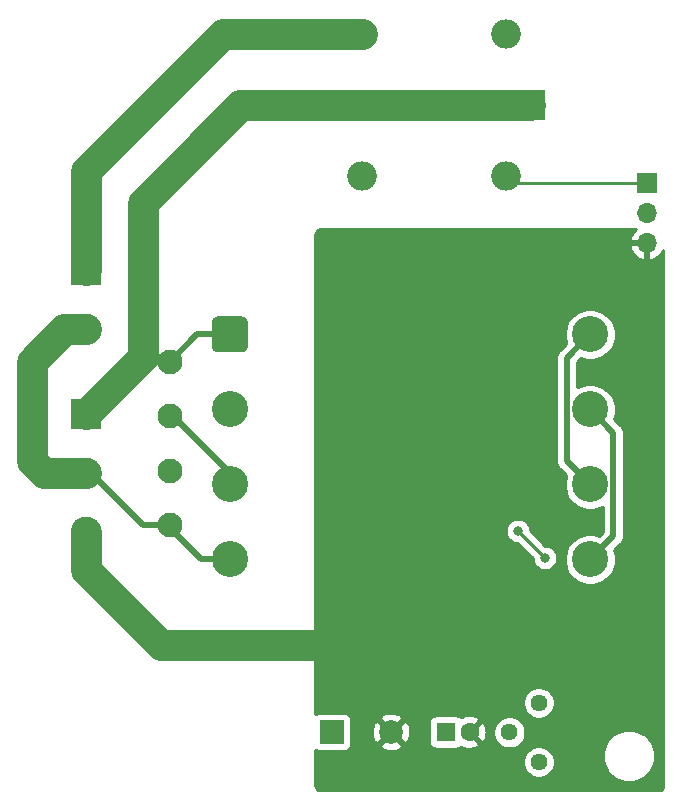
<source format=gbr>
G04 #@! TF.GenerationSoftware,KiCad,Pcbnew,5.1.9*
G04 #@! TF.CreationDate,2021-04-19T03:59:40-04:00*
G04 #@! TF.ProjectId,lm3886_soft_start_v2,6c6d3338-3836-45f7-936f-66745f737461,rev?*
G04 #@! TF.SameCoordinates,Original*
G04 #@! TF.FileFunction,Copper,L1,Top*
G04 #@! TF.FilePolarity,Positive*
%FSLAX46Y46*%
G04 Gerber Fmt 4.6, Leading zero omitted, Abs format (unit mm)*
G04 Created by KiCad (PCBNEW 5.1.9) date 2021-04-19 03:59:40*
%MOMM*%
%LPD*%
G01*
G04 APERTURE LIST*
G04 #@! TA.AperFunction,ComponentPad*
%ADD10O,1.700000X1.700000*%
G04 #@! TD*
G04 #@! TA.AperFunction,ComponentPad*
%ADD11R,1.700000X1.700000*%
G04 #@! TD*
G04 #@! TA.AperFunction,ComponentPad*
%ADD12C,3.048000*%
G04 #@! TD*
G04 #@! TA.AperFunction,ComponentPad*
%ADD13C,2.400000*%
G04 #@! TD*
G04 #@! TA.AperFunction,ComponentPad*
%ADD14R,2.500000X2.500000*%
G04 #@! TD*
G04 #@! TA.AperFunction,ComponentPad*
%ADD15O,2.500000X2.500000*%
G04 #@! TD*
G04 #@! TA.AperFunction,ComponentPad*
%ADD16C,1.440000*%
G04 #@! TD*
G04 #@! TA.AperFunction,ComponentPad*
%ADD17C,2.100000*%
G04 #@! TD*
G04 #@! TA.AperFunction,ComponentPad*
%ADD18C,2.600000*%
G04 #@! TD*
G04 #@! TA.AperFunction,ComponentPad*
%ADD19R,2.600000X2.600000*%
G04 #@! TD*
G04 #@! TA.AperFunction,ComponentPad*
%ADD20C,2.000000*%
G04 #@! TD*
G04 #@! TA.AperFunction,ComponentPad*
%ADD21R,2.000000X2.000000*%
G04 #@! TD*
G04 #@! TA.AperFunction,ComponentPad*
%ADD22R,1.600000X1.600000*%
G04 #@! TD*
G04 #@! TA.AperFunction,ComponentPad*
%ADD23C,1.600000*%
G04 #@! TD*
G04 #@! TA.AperFunction,ViaPad*
%ADD24C,1.000000*%
G04 #@! TD*
G04 #@! TA.AperFunction,ViaPad*
%ADD25C,0.800000*%
G04 #@! TD*
G04 #@! TA.AperFunction,Conductor*
%ADD26C,2.600000*%
G04 #@! TD*
G04 #@! TA.AperFunction,Conductor*
%ADD27C,0.500000*%
G04 #@! TD*
G04 #@! TA.AperFunction,Conductor*
%ADD28C,0.250000*%
G04 #@! TD*
G04 #@! TA.AperFunction,Conductor*
%ADD29C,0.254000*%
G04 #@! TD*
G04 #@! TA.AperFunction,Conductor*
%ADD30C,0.100000*%
G04 #@! TD*
G04 APERTURE END LIST*
D10*
X124714000Y-64262000D03*
X124714000Y-61722000D03*
D11*
X124714000Y-59182000D03*
D12*
X119900700Y-91059000D03*
X119900700Y-84709000D03*
X119900700Y-78359000D03*
X119900700Y-72009000D03*
X89395300Y-91059000D03*
X89395300Y-84709000D03*
X89395300Y-78359000D03*
G04 #@! TA.AperFunction,ComponentPad*
G36*
G01*
X88328500Y-70485000D02*
X90462100Y-70485000D01*
G75*
G02*
X90919300Y-70942200I0J-457200D01*
G01*
X90919300Y-73075800D01*
G75*
G02*
X90462100Y-73533000I-457200J0D01*
G01*
X88328500Y-73533000D01*
G75*
G02*
X87871300Y-73075800I0J457200D01*
G01*
X87871300Y-70942200D01*
G75*
G02*
X88328500Y-70485000I457200J0D01*
G01*
G37*
G04 #@! TD.AperFunction*
D13*
X86614000Y-56268000D03*
X86614000Y-48768000D03*
D14*
X114808000Y-52578000D03*
D15*
X112808000Y-46578000D03*
X100608000Y-46578000D03*
X100608000Y-58578000D03*
X112808000Y-58578000D03*
D16*
X115570000Y-103204000D03*
X113070000Y-105704000D03*
X115570000Y-108204000D03*
D17*
X84328000Y-74338000D03*
X84328000Y-78938000D03*
X84328000Y-83538000D03*
X84328000Y-88138000D03*
D18*
X77216000Y-88740000D03*
X77216000Y-83740000D03*
D19*
X77216000Y-78740000D03*
D20*
X103044000Y-105664000D03*
D21*
X98044000Y-105664000D03*
D18*
X77216000Y-71548000D03*
D19*
X77216000Y-66548000D03*
D22*
X107696000Y-105664000D03*
D23*
X109696000Y-105664000D03*
D24*
X105664000Y-93472000D03*
D25*
X98044000Y-109220000D03*
X109220000Y-98552000D03*
X112268000Y-98552000D03*
X124206000Y-68580000D03*
X124206000Y-78232000D03*
X124206000Y-91948000D03*
X120650000Y-99822000D03*
X107950000Y-88392000D03*
X102362000Y-88392000D03*
X106172000Y-82804000D03*
X111760000Y-78232000D03*
X117094000Y-70866000D03*
X111506000Y-69850000D03*
X97790000Y-64262000D03*
X97790000Y-72390000D03*
X97790000Y-81534000D03*
X97790000Y-90932000D03*
X97790000Y-100076000D03*
X102108000Y-72390000D03*
X106934000Y-71374000D03*
D24*
X105664000Y-92456000D03*
X104648000Y-92456000D03*
X104648000Y-93472000D03*
D25*
X117856000Y-67056000D03*
X106934000Y-66421000D03*
X106172000Y-66421000D03*
X106172000Y-65659000D03*
X106934000Y-65659000D03*
X109728000Y-88392000D03*
X114808000Y-83312000D03*
X110998000Y-83312000D03*
X118110000Y-86868000D03*
X116078000Y-77978000D03*
X100584000Y-77724000D03*
X113792000Y-88646000D03*
X116078000Y-90932000D03*
D26*
X77216000Y-88740000D02*
X77216000Y-91948000D01*
X77216000Y-91948000D02*
X83566000Y-98298000D01*
X83566000Y-98298000D02*
X98044000Y-98298000D01*
D27*
X121874701Y-89084999D02*
X119900700Y-91059000D01*
X121874701Y-80333001D02*
X121874701Y-89084999D01*
X119900700Y-78359000D02*
X121874701Y-80333001D01*
X117926699Y-82734999D02*
X119900700Y-84709000D01*
X119900700Y-72009000D02*
X117926699Y-73983001D01*
X117926699Y-73983001D02*
X117926699Y-82734999D01*
D28*
X113792000Y-88646000D02*
X116078000Y-90932000D01*
D26*
X77216000Y-83740000D02*
X73675998Y-83740000D01*
X72615999Y-74309524D02*
X75377523Y-71548000D01*
X72615999Y-82680001D02*
X72615999Y-74309524D01*
X75377523Y-71548000D02*
X77216000Y-71548000D01*
X73675998Y-83740000D02*
X72615999Y-82680001D01*
D27*
X77216000Y-83740000D02*
X77644000Y-83740000D01*
X82042000Y-88138000D02*
X84328000Y-88138000D01*
X77644000Y-83740000D02*
X82042000Y-88138000D01*
X89395300Y-91059000D02*
X86995000Y-91059000D01*
X84328000Y-88392000D02*
X84328000Y-88138000D01*
X86995000Y-91059000D02*
X84328000Y-88392000D01*
X86657000Y-72009000D02*
X84328000Y-74338000D01*
X89395300Y-72009000D02*
X86657000Y-72009000D01*
D26*
X90304000Y-52578000D02*
X86614000Y-56268000D01*
X114808000Y-52578000D02*
X90304000Y-52578000D01*
X77216000Y-78740000D02*
X82042000Y-73914000D01*
X82042000Y-60840000D02*
X86614000Y-56268000D01*
X82042000Y-73914000D02*
X82042000Y-60840000D01*
D27*
X84328000Y-74338000D02*
X82466000Y-74338000D01*
X82466000Y-74338000D02*
X82042000Y-73914000D01*
X83904000Y-73914000D02*
X84328000Y-74338000D01*
X82042000Y-73914000D02*
X83904000Y-73914000D01*
X84612002Y-78938000D02*
X84328000Y-78938000D01*
X89395300Y-83721298D02*
X84612002Y-78938000D01*
X89395300Y-84709000D02*
X89395300Y-83721298D01*
D26*
X77216000Y-58166000D02*
X86614000Y-48768000D01*
X77216000Y-66548000D02*
X77216000Y-58166000D01*
X88804000Y-46578000D02*
X86614000Y-48768000D01*
X100608000Y-46578000D02*
X88804000Y-46578000D01*
D28*
X113412000Y-59182000D02*
X112808000Y-58578000D01*
X124714000Y-59182000D02*
X113412000Y-59182000D01*
D29*
X123616412Y-63261731D02*
X123442359Y-63495080D01*
X123317175Y-63757901D01*
X123272524Y-63905110D01*
X123393845Y-64135000D01*
X124587000Y-64135000D01*
X124587000Y-64115000D01*
X124841000Y-64115000D01*
X124841000Y-64135000D01*
X124861000Y-64135000D01*
X124861000Y-64389000D01*
X124841000Y-64389000D01*
X124841000Y-65582814D01*
X125070891Y-65703481D01*
X125345252Y-65606157D01*
X125595355Y-65457178D01*
X125811588Y-65262269D01*
X125985641Y-65028920D01*
X126086001Y-64818217D01*
X126086000Y-110367371D01*
X126060077Y-110429955D01*
X126000976Y-110506976D01*
X125923955Y-110566077D01*
X125861371Y-110592000D01*
X96896629Y-110592000D01*
X96834045Y-110566077D01*
X96757024Y-110506976D01*
X96697923Y-110429955D01*
X96660769Y-110340257D01*
X96647000Y-110235672D01*
X96647000Y-108070544D01*
X114215000Y-108070544D01*
X114215000Y-108337456D01*
X114267072Y-108599239D01*
X114369215Y-108845833D01*
X114517503Y-109067762D01*
X114706238Y-109256497D01*
X114928167Y-109404785D01*
X115174761Y-109506928D01*
X115436544Y-109559000D01*
X115703456Y-109559000D01*
X115965239Y-109506928D01*
X116211833Y-109404785D01*
X116433762Y-109256497D01*
X116622497Y-109067762D01*
X116770785Y-108845833D01*
X116872928Y-108599239D01*
X116925000Y-108337456D01*
X116925000Y-108070544D01*
X116872928Y-107808761D01*
X116770785Y-107562167D01*
X116713125Y-107475872D01*
X120955000Y-107475872D01*
X120955000Y-107916128D01*
X121040890Y-108347925D01*
X121209369Y-108754669D01*
X121453962Y-109120729D01*
X121765271Y-109432038D01*
X122131331Y-109676631D01*
X122538075Y-109845110D01*
X122969872Y-109931000D01*
X123410128Y-109931000D01*
X123841925Y-109845110D01*
X124248669Y-109676631D01*
X124614729Y-109432038D01*
X124926038Y-109120729D01*
X125170631Y-108754669D01*
X125339110Y-108347925D01*
X125425000Y-107916128D01*
X125425000Y-107475872D01*
X125339110Y-107044075D01*
X125170631Y-106637331D01*
X124926038Y-106271271D01*
X124614729Y-105959962D01*
X124248669Y-105715369D01*
X123841925Y-105546890D01*
X123410128Y-105461000D01*
X122969872Y-105461000D01*
X122538075Y-105546890D01*
X122131331Y-105715369D01*
X121765271Y-105959962D01*
X121453962Y-106271271D01*
X121209369Y-106637331D01*
X121040890Y-107044075D01*
X120955000Y-107475872D01*
X116713125Y-107475872D01*
X116622497Y-107340238D01*
X116433762Y-107151503D01*
X116211833Y-107003215D01*
X115965239Y-106901072D01*
X115703456Y-106849000D01*
X115436544Y-106849000D01*
X115174761Y-106901072D01*
X114928167Y-107003215D01*
X114706238Y-107151503D01*
X114517503Y-107340238D01*
X114369215Y-107562167D01*
X114267072Y-107808761D01*
X114215000Y-108070544D01*
X96647000Y-108070544D01*
X96647000Y-107159653D01*
X96689506Y-107194537D01*
X96799820Y-107253502D01*
X96919518Y-107289812D01*
X97044000Y-107302072D01*
X99044000Y-107302072D01*
X99168482Y-107289812D01*
X99288180Y-107253502D01*
X99398494Y-107194537D01*
X99495185Y-107115185D01*
X99574537Y-107018494D01*
X99633502Y-106908180D01*
X99666496Y-106799413D01*
X102088192Y-106799413D01*
X102183956Y-107063814D01*
X102473571Y-107204704D01*
X102785108Y-107286384D01*
X103106595Y-107305718D01*
X103425675Y-107261961D01*
X103730088Y-107156795D01*
X103904044Y-107063814D01*
X103999808Y-106799413D01*
X103044000Y-105843605D01*
X102088192Y-106799413D01*
X99666496Y-106799413D01*
X99669812Y-106788482D01*
X99682072Y-106664000D01*
X99682072Y-105726595D01*
X101402282Y-105726595D01*
X101446039Y-106045675D01*
X101551205Y-106350088D01*
X101644186Y-106524044D01*
X101908587Y-106619808D01*
X102864395Y-105664000D01*
X103223605Y-105664000D01*
X104179413Y-106619808D01*
X104443814Y-106524044D01*
X104584704Y-106234429D01*
X104666384Y-105922892D01*
X104685718Y-105601405D01*
X104641961Y-105282325D01*
X104536795Y-104977912D01*
X104475909Y-104864000D01*
X106257928Y-104864000D01*
X106257928Y-106464000D01*
X106270188Y-106588482D01*
X106306498Y-106708180D01*
X106365463Y-106818494D01*
X106444815Y-106915185D01*
X106541506Y-106994537D01*
X106651820Y-107053502D01*
X106771518Y-107089812D01*
X106896000Y-107102072D01*
X108496000Y-107102072D01*
X108620482Y-107089812D01*
X108740180Y-107053502D01*
X108850494Y-106994537D01*
X108947185Y-106915185D01*
X108957807Y-106902242D01*
X109209996Y-107021571D01*
X109484184Y-107090300D01*
X109766512Y-107104217D01*
X110046130Y-107062787D01*
X110312292Y-106967603D01*
X110437514Y-106900671D01*
X110509097Y-106656702D01*
X109696000Y-105843605D01*
X109681858Y-105857748D01*
X109502253Y-105678143D01*
X109516395Y-105664000D01*
X109875605Y-105664000D01*
X110688702Y-106477097D01*
X110932671Y-106405514D01*
X111053571Y-106150004D01*
X111122300Y-105875816D01*
X111136217Y-105593488D01*
X111132818Y-105570544D01*
X111715000Y-105570544D01*
X111715000Y-105837456D01*
X111767072Y-106099239D01*
X111869215Y-106345833D01*
X112017503Y-106567762D01*
X112206238Y-106756497D01*
X112428167Y-106904785D01*
X112674761Y-107006928D01*
X112936544Y-107059000D01*
X113203456Y-107059000D01*
X113465239Y-107006928D01*
X113711833Y-106904785D01*
X113933762Y-106756497D01*
X114122497Y-106567762D01*
X114270785Y-106345833D01*
X114372928Y-106099239D01*
X114425000Y-105837456D01*
X114425000Y-105570544D01*
X114372928Y-105308761D01*
X114270785Y-105062167D01*
X114122497Y-104840238D01*
X113933762Y-104651503D01*
X113711833Y-104503215D01*
X113465239Y-104401072D01*
X113203456Y-104349000D01*
X112936544Y-104349000D01*
X112674761Y-104401072D01*
X112428167Y-104503215D01*
X112206238Y-104651503D01*
X112017503Y-104840238D01*
X111869215Y-105062167D01*
X111767072Y-105308761D01*
X111715000Y-105570544D01*
X111132818Y-105570544D01*
X111094787Y-105313870D01*
X110999603Y-105047708D01*
X110932671Y-104922486D01*
X110688702Y-104850903D01*
X109875605Y-105664000D01*
X109516395Y-105664000D01*
X109502253Y-105649858D01*
X109681858Y-105470253D01*
X109696000Y-105484395D01*
X110509097Y-104671298D01*
X110437514Y-104427329D01*
X110182004Y-104306429D01*
X109907816Y-104237700D01*
X109625488Y-104223783D01*
X109345870Y-104265213D01*
X109079708Y-104360397D01*
X108957691Y-104425616D01*
X108947185Y-104412815D01*
X108850494Y-104333463D01*
X108740180Y-104274498D01*
X108620482Y-104238188D01*
X108496000Y-104225928D01*
X106896000Y-104225928D01*
X106771518Y-104238188D01*
X106651820Y-104274498D01*
X106541506Y-104333463D01*
X106444815Y-104412815D01*
X106365463Y-104509506D01*
X106306498Y-104619820D01*
X106270188Y-104739518D01*
X106257928Y-104864000D01*
X104475909Y-104864000D01*
X104443814Y-104803956D01*
X104179413Y-104708192D01*
X103223605Y-105664000D01*
X102864395Y-105664000D01*
X101908587Y-104708192D01*
X101644186Y-104803956D01*
X101503296Y-105093571D01*
X101421616Y-105405108D01*
X101402282Y-105726595D01*
X99682072Y-105726595D01*
X99682072Y-104664000D01*
X99669812Y-104539518D01*
X99666497Y-104528587D01*
X102088192Y-104528587D01*
X103044000Y-105484395D01*
X103999808Y-104528587D01*
X103904044Y-104264186D01*
X103614429Y-104123296D01*
X103302892Y-104041616D01*
X102981405Y-104022282D01*
X102662325Y-104066039D01*
X102357912Y-104171205D01*
X102183956Y-104264186D01*
X102088192Y-104528587D01*
X99666497Y-104528587D01*
X99633502Y-104419820D01*
X99574537Y-104309506D01*
X99495185Y-104212815D01*
X99398494Y-104133463D01*
X99288180Y-104074498D01*
X99168482Y-104038188D01*
X99044000Y-104025928D01*
X97044000Y-104025928D01*
X96919518Y-104038188D01*
X96799820Y-104074498D01*
X96689506Y-104133463D01*
X96647000Y-104168347D01*
X96647000Y-103070544D01*
X114215000Y-103070544D01*
X114215000Y-103337456D01*
X114267072Y-103599239D01*
X114369215Y-103845833D01*
X114517503Y-104067762D01*
X114706238Y-104256497D01*
X114928167Y-104404785D01*
X115174761Y-104506928D01*
X115436544Y-104559000D01*
X115703456Y-104559000D01*
X115965239Y-104506928D01*
X116211833Y-104404785D01*
X116433762Y-104256497D01*
X116622497Y-104067762D01*
X116770785Y-103845833D01*
X116872928Y-103599239D01*
X116925000Y-103337456D01*
X116925000Y-103070544D01*
X116872928Y-102808761D01*
X116770785Y-102562167D01*
X116622497Y-102340238D01*
X116433762Y-102151503D01*
X116211833Y-102003215D01*
X115965239Y-101901072D01*
X115703456Y-101849000D01*
X115436544Y-101849000D01*
X115174761Y-101901072D01*
X114928167Y-102003215D01*
X114706238Y-102151503D01*
X114517503Y-102340238D01*
X114369215Y-102562167D01*
X114267072Y-102808761D01*
X114215000Y-103070544D01*
X96647000Y-103070544D01*
X96647000Y-88544061D01*
X112757000Y-88544061D01*
X112757000Y-88747939D01*
X112796774Y-88947898D01*
X112874795Y-89136256D01*
X112988063Y-89305774D01*
X113132226Y-89449937D01*
X113301744Y-89563205D01*
X113490102Y-89641226D01*
X113690061Y-89681000D01*
X113752199Y-89681000D01*
X115043000Y-90971802D01*
X115043000Y-91033939D01*
X115082774Y-91233898D01*
X115160795Y-91422256D01*
X115274063Y-91591774D01*
X115418226Y-91735937D01*
X115587744Y-91849205D01*
X115776102Y-91927226D01*
X115976061Y-91967000D01*
X116179939Y-91967000D01*
X116379898Y-91927226D01*
X116568256Y-91849205D01*
X116737774Y-91735937D01*
X116881937Y-91591774D01*
X116995205Y-91422256D01*
X117073226Y-91233898D01*
X117113000Y-91033939D01*
X117113000Y-90830061D01*
X117073226Y-90630102D01*
X116995205Y-90441744D01*
X116881937Y-90272226D01*
X116737774Y-90128063D01*
X116568256Y-90014795D01*
X116379898Y-89936774D01*
X116179939Y-89897000D01*
X116117802Y-89897000D01*
X114827000Y-88606199D01*
X114827000Y-88544061D01*
X114787226Y-88344102D01*
X114709205Y-88155744D01*
X114595937Y-87986226D01*
X114451774Y-87842063D01*
X114282256Y-87728795D01*
X114093898Y-87650774D01*
X113893939Y-87611000D01*
X113690061Y-87611000D01*
X113490102Y-87650774D01*
X113301744Y-87728795D01*
X113132226Y-87842063D01*
X112988063Y-87986226D01*
X112874795Y-88155744D01*
X112796774Y-88344102D01*
X112757000Y-88544061D01*
X96647000Y-88544061D01*
X96647000Y-73983001D01*
X117037418Y-73983001D01*
X117041699Y-74026470D01*
X117041700Y-82691520D01*
X117037418Y-82734999D01*
X117054504Y-82908489D01*
X117105111Y-83075312D01*
X117187289Y-83229058D01*
X117270167Y-83330045D01*
X117270170Y-83330048D01*
X117297883Y-83363816D01*
X117331650Y-83391528D01*
X117881695Y-83941573D01*
X117824670Y-84079243D01*
X117741700Y-84496357D01*
X117741700Y-84921643D01*
X117824670Y-85338757D01*
X117987419Y-85731670D01*
X118223696Y-86085282D01*
X118524418Y-86386004D01*
X118878030Y-86622281D01*
X119270943Y-86785030D01*
X119688057Y-86868000D01*
X120113343Y-86868000D01*
X120530457Y-86785030D01*
X120923370Y-86622281D01*
X120989702Y-86577959D01*
X120989702Y-88718419D01*
X120668127Y-89039994D01*
X120530457Y-88982970D01*
X120113343Y-88900000D01*
X119688057Y-88900000D01*
X119270943Y-88982970D01*
X118878030Y-89145719D01*
X118524418Y-89381996D01*
X118223696Y-89682718D01*
X117987419Y-90036330D01*
X117824670Y-90429243D01*
X117741700Y-90846357D01*
X117741700Y-91271643D01*
X117824670Y-91688757D01*
X117987419Y-92081670D01*
X118223696Y-92435282D01*
X118524418Y-92736004D01*
X118878030Y-92972281D01*
X119270943Y-93135030D01*
X119688057Y-93218000D01*
X120113343Y-93218000D01*
X120530457Y-93135030D01*
X120923370Y-92972281D01*
X121276982Y-92736004D01*
X121577704Y-92435282D01*
X121813981Y-92081670D01*
X121976730Y-91688757D01*
X122059700Y-91271643D01*
X122059700Y-90846357D01*
X121976730Y-90429243D01*
X121919706Y-90291573D01*
X122469750Y-89741529D01*
X122503518Y-89713816D01*
X122614112Y-89579058D01*
X122696290Y-89425312D01*
X122746896Y-89258489D01*
X122759701Y-89128476D01*
X122759701Y-89128468D01*
X122763982Y-89084999D01*
X122759701Y-89041530D01*
X122759701Y-80376470D01*
X122763982Y-80333001D01*
X122759701Y-80289532D01*
X122759701Y-80289524D01*
X122746896Y-80159511D01*
X122696290Y-79992688D01*
X122614112Y-79838942D01*
X122503518Y-79704184D01*
X122469751Y-79676472D01*
X121919706Y-79126427D01*
X121976730Y-78988757D01*
X122059700Y-78571643D01*
X122059700Y-78146357D01*
X121976730Y-77729243D01*
X121813981Y-77336330D01*
X121577704Y-76982718D01*
X121276982Y-76681996D01*
X120923370Y-76445719D01*
X120530457Y-76282970D01*
X120113343Y-76200000D01*
X119688057Y-76200000D01*
X119270943Y-76282970D01*
X118878030Y-76445719D01*
X118811699Y-76490040D01*
X118811699Y-74349579D01*
X119133273Y-74028005D01*
X119270943Y-74085030D01*
X119688057Y-74168000D01*
X120113343Y-74168000D01*
X120530457Y-74085030D01*
X120923370Y-73922281D01*
X121276982Y-73686004D01*
X121577704Y-73385282D01*
X121813981Y-73031670D01*
X121976730Y-72638757D01*
X122059700Y-72221643D01*
X122059700Y-71796357D01*
X121976730Y-71379243D01*
X121813981Y-70986330D01*
X121577704Y-70632718D01*
X121276982Y-70331996D01*
X120923370Y-70095719D01*
X120530457Y-69932970D01*
X120113343Y-69850000D01*
X119688057Y-69850000D01*
X119270943Y-69932970D01*
X118878030Y-70095719D01*
X118524418Y-70331996D01*
X118223696Y-70632718D01*
X117987419Y-70986330D01*
X117824670Y-71379243D01*
X117741700Y-71796357D01*
X117741700Y-72221643D01*
X117824670Y-72638757D01*
X117881695Y-72776427D01*
X117331655Y-73326467D01*
X117297882Y-73354184D01*
X117187288Y-73488943D01*
X117105110Y-73642689D01*
X117054504Y-73809512D01*
X117041699Y-73939525D01*
X117041699Y-73939532D01*
X117037418Y-73983001D01*
X96647000Y-73983001D01*
X96647000Y-64618890D01*
X123272524Y-64618890D01*
X123317175Y-64766099D01*
X123442359Y-65028920D01*
X123616412Y-65262269D01*
X123832645Y-65457178D01*
X124082748Y-65606157D01*
X124357109Y-65703481D01*
X124587000Y-65582814D01*
X124587000Y-64389000D01*
X123393845Y-64389000D01*
X123272524Y-64618890D01*
X96647000Y-64618890D01*
X96647000Y-63500328D01*
X96660769Y-63395743D01*
X96697923Y-63306045D01*
X96757024Y-63229024D01*
X96834045Y-63169923D01*
X96923743Y-63132769D01*
X97028328Y-63119000D01*
X123774758Y-63119000D01*
X123616412Y-63261731D01*
G04 #@! TA.AperFunction,Conductor*
D30*
G36*
X123616412Y-63261731D02*
G01*
X123442359Y-63495080D01*
X123317175Y-63757901D01*
X123272524Y-63905110D01*
X123393845Y-64135000D01*
X124587000Y-64135000D01*
X124587000Y-64115000D01*
X124841000Y-64115000D01*
X124841000Y-64135000D01*
X124861000Y-64135000D01*
X124861000Y-64389000D01*
X124841000Y-64389000D01*
X124841000Y-65582814D01*
X125070891Y-65703481D01*
X125345252Y-65606157D01*
X125595355Y-65457178D01*
X125811588Y-65262269D01*
X125985641Y-65028920D01*
X126086001Y-64818217D01*
X126086000Y-110367371D01*
X126060077Y-110429955D01*
X126000976Y-110506976D01*
X125923955Y-110566077D01*
X125861371Y-110592000D01*
X96896629Y-110592000D01*
X96834045Y-110566077D01*
X96757024Y-110506976D01*
X96697923Y-110429955D01*
X96660769Y-110340257D01*
X96647000Y-110235672D01*
X96647000Y-108070544D01*
X114215000Y-108070544D01*
X114215000Y-108337456D01*
X114267072Y-108599239D01*
X114369215Y-108845833D01*
X114517503Y-109067762D01*
X114706238Y-109256497D01*
X114928167Y-109404785D01*
X115174761Y-109506928D01*
X115436544Y-109559000D01*
X115703456Y-109559000D01*
X115965239Y-109506928D01*
X116211833Y-109404785D01*
X116433762Y-109256497D01*
X116622497Y-109067762D01*
X116770785Y-108845833D01*
X116872928Y-108599239D01*
X116925000Y-108337456D01*
X116925000Y-108070544D01*
X116872928Y-107808761D01*
X116770785Y-107562167D01*
X116713125Y-107475872D01*
X120955000Y-107475872D01*
X120955000Y-107916128D01*
X121040890Y-108347925D01*
X121209369Y-108754669D01*
X121453962Y-109120729D01*
X121765271Y-109432038D01*
X122131331Y-109676631D01*
X122538075Y-109845110D01*
X122969872Y-109931000D01*
X123410128Y-109931000D01*
X123841925Y-109845110D01*
X124248669Y-109676631D01*
X124614729Y-109432038D01*
X124926038Y-109120729D01*
X125170631Y-108754669D01*
X125339110Y-108347925D01*
X125425000Y-107916128D01*
X125425000Y-107475872D01*
X125339110Y-107044075D01*
X125170631Y-106637331D01*
X124926038Y-106271271D01*
X124614729Y-105959962D01*
X124248669Y-105715369D01*
X123841925Y-105546890D01*
X123410128Y-105461000D01*
X122969872Y-105461000D01*
X122538075Y-105546890D01*
X122131331Y-105715369D01*
X121765271Y-105959962D01*
X121453962Y-106271271D01*
X121209369Y-106637331D01*
X121040890Y-107044075D01*
X120955000Y-107475872D01*
X116713125Y-107475872D01*
X116622497Y-107340238D01*
X116433762Y-107151503D01*
X116211833Y-107003215D01*
X115965239Y-106901072D01*
X115703456Y-106849000D01*
X115436544Y-106849000D01*
X115174761Y-106901072D01*
X114928167Y-107003215D01*
X114706238Y-107151503D01*
X114517503Y-107340238D01*
X114369215Y-107562167D01*
X114267072Y-107808761D01*
X114215000Y-108070544D01*
X96647000Y-108070544D01*
X96647000Y-107159653D01*
X96689506Y-107194537D01*
X96799820Y-107253502D01*
X96919518Y-107289812D01*
X97044000Y-107302072D01*
X99044000Y-107302072D01*
X99168482Y-107289812D01*
X99288180Y-107253502D01*
X99398494Y-107194537D01*
X99495185Y-107115185D01*
X99574537Y-107018494D01*
X99633502Y-106908180D01*
X99666496Y-106799413D01*
X102088192Y-106799413D01*
X102183956Y-107063814D01*
X102473571Y-107204704D01*
X102785108Y-107286384D01*
X103106595Y-107305718D01*
X103425675Y-107261961D01*
X103730088Y-107156795D01*
X103904044Y-107063814D01*
X103999808Y-106799413D01*
X103044000Y-105843605D01*
X102088192Y-106799413D01*
X99666496Y-106799413D01*
X99669812Y-106788482D01*
X99682072Y-106664000D01*
X99682072Y-105726595D01*
X101402282Y-105726595D01*
X101446039Y-106045675D01*
X101551205Y-106350088D01*
X101644186Y-106524044D01*
X101908587Y-106619808D01*
X102864395Y-105664000D01*
X103223605Y-105664000D01*
X104179413Y-106619808D01*
X104443814Y-106524044D01*
X104584704Y-106234429D01*
X104666384Y-105922892D01*
X104685718Y-105601405D01*
X104641961Y-105282325D01*
X104536795Y-104977912D01*
X104475909Y-104864000D01*
X106257928Y-104864000D01*
X106257928Y-106464000D01*
X106270188Y-106588482D01*
X106306498Y-106708180D01*
X106365463Y-106818494D01*
X106444815Y-106915185D01*
X106541506Y-106994537D01*
X106651820Y-107053502D01*
X106771518Y-107089812D01*
X106896000Y-107102072D01*
X108496000Y-107102072D01*
X108620482Y-107089812D01*
X108740180Y-107053502D01*
X108850494Y-106994537D01*
X108947185Y-106915185D01*
X108957807Y-106902242D01*
X109209996Y-107021571D01*
X109484184Y-107090300D01*
X109766512Y-107104217D01*
X110046130Y-107062787D01*
X110312292Y-106967603D01*
X110437514Y-106900671D01*
X110509097Y-106656702D01*
X109696000Y-105843605D01*
X109681858Y-105857748D01*
X109502253Y-105678143D01*
X109516395Y-105664000D01*
X109875605Y-105664000D01*
X110688702Y-106477097D01*
X110932671Y-106405514D01*
X111053571Y-106150004D01*
X111122300Y-105875816D01*
X111136217Y-105593488D01*
X111132818Y-105570544D01*
X111715000Y-105570544D01*
X111715000Y-105837456D01*
X111767072Y-106099239D01*
X111869215Y-106345833D01*
X112017503Y-106567762D01*
X112206238Y-106756497D01*
X112428167Y-106904785D01*
X112674761Y-107006928D01*
X112936544Y-107059000D01*
X113203456Y-107059000D01*
X113465239Y-107006928D01*
X113711833Y-106904785D01*
X113933762Y-106756497D01*
X114122497Y-106567762D01*
X114270785Y-106345833D01*
X114372928Y-106099239D01*
X114425000Y-105837456D01*
X114425000Y-105570544D01*
X114372928Y-105308761D01*
X114270785Y-105062167D01*
X114122497Y-104840238D01*
X113933762Y-104651503D01*
X113711833Y-104503215D01*
X113465239Y-104401072D01*
X113203456Y-104349000D01*
X112936544Y-104349000D01*
X112674761Y-104401072D01*
X112428167Y-104503215D01*
X112206238Y-104651503D01*
X112017503Y-104840238D01*
X111869215Y-105062167D01*
X111767072Y-105308761D01*
X111715000Y-105570544D01*
X111132818Y-105570544D01*
X111094787Y-105313870D01*
X110999603Y-105047708D01*
X110932671Y-104922486D01*
X110688702Y-104850903D01*
X109875605Y-105664000D01*
X109516395Y-105664000D01*
X109502253Y-105649858D01*
X109681858Y-105470253D01*
X109696000Y-105484395D01*
X110509097Y-104671298D01*
X110437514Y-104427329D01*
X110182004Y-104306429D01*
X109907816Y-104237700D01*
X109625488Y-104223783D01*
X109345870Y-104265213D01*
X109079708Y-104360397D01*
X108957691Y-104425616D01*
X108947185Y-104412815D01*
X108850494Y-104333463D01*
X108740180Y-104274498D01*
X108620482Y-104238188D01*
X108496000Y-104225928D01*
X106896000Y-104225928D01*
X106771518Y-104238188D01*
X106651820Y-104274498D01*
X106541506Y-104333463D01*
X106444815Y-104412815D01*
X106365463Y-104509506D01*
X106306498Y-104619820D01*
X106270188Y-104739518D01*
X106257928Y-104864000D01*
X104475909Y-104864000D01*
X104443814Y-104803956D01*
X104179413Y-104708192D01*
X103223605Y-105664000D01*
X102864395Y-105664000D01*
X101908587Y-104708192D01*
X101644186Y-104803956D01*
X101503296Y-105093571D01*
X101421616Y-105405108D01*
X101402282Y-105726595D01*
X99682072Y-105726595D01*
X99682072Y-104664000D01*
X99669812Y-104539518D01*
X99666497Y-104528587D01*
X102088192Y-104528587D01*
X103044000Y-105484395D01*
X103999808Y-104528587D01*
X103904044Y-104264186D01*
X103614429Y-104123296D01*
X103302892Y-104041616D01*
X102981405Y-104022282D01*
X102662325Y-104066039D01*
X102357912Y-104171205D01*
X102183956Y-104264186D01*
X102088192Y-104528587D01*
X99666497Y-104528587D01*
X99633502Y-104419820D01*
X99574537Y-104309506D01*
X99495185Y-104212815D01*
X99398494Y-104133463D01*
X99288180Y-104074498D01*
X99168482Y-104038188D01*
X99044000Y-104025928D01*
X97044000Y-104025928D01*
X96919518Y-104038188D01*
X96799820Y-104074498D01*
X96689506Y-104133463D01*
X96647000Y-104168347D01*
X96647000Y-103070544D01*
X114215000Y-103070544D01*
X114215000Y-103337456D01*
X114267072Y-103599239D01*
X114369215Y-103845833D01*
X114517503Y-104067762D01*
X114706238Y-104256497D01*
X114928167Y-104404785D01*
X115174761Y-104506928D01*
X115436544Y-104559000D01*
X115703456Y-104559000D01*
X115965239Y-104506928D01*
X116211833Y-104404785D01*
X116433762Y-104256497D01*
X116622497Y-104067762D01*
X116770785Y-103845833D01*
X116872928Y-103599239D01*
X116925000Y-103337456D01*
X116925000Y-103070544D01*
X116872928Y-102808761D01*
X116770785Y-102562167D01*
X116622497Y-102340238D01*
X116433762Y-102151503D01*
X116211833Y-102003215D01*
X115965239Y-101901072D01*
X115703456Y-101849000D01*
X115436544Y-101849000D01*
X115174761Y-101901072D01*
X114928167Y-102003215D01*
X114706238Y-102151503D01*
X114517503Y-102340238D01*
X114369215Y-102562167D01*
X114267072Y-102808761D01*
X114215000Y-103070544D01*
X96647000Y-103070544D01*
X96647000Y-88544061D01*
X112757000Y-88544061D01*
X112757000Y-88747939D01*
X112796774Y-88947898D01*
X112874795Y-89136256D01*
X112988063Y-89305774D01*
X113132226Y-89449937D01*
X113301744Y-89563205D01*
X113490102Y-89641226D01*
X113690061Y-89681000D01*
X113752199Y-89681000D01*
X115043000Y-90971802D01*
X115043000Y-91033939D01*
X115082774Y-91233898D01*
X115160795Y-91422256D01*
X115274063Y-91591774D01*
X115418226Y-91735937D01*
X115587744Y-91849205D01*
X115776102Y-91927226D01*
X115976061Y-91967000D01*
X116179939Y-91967000D01*
X116379898Y-91927226D01*
X116568256Y-91849205D01*
X116737774Y-91735937D01*
X116881937Y-91591774D01*
X116995205Y-91422256D01*
X117073226Y-91233898D01*
X117113000Y-91033939D01*
X117113000Y-90830061D01*
X117073226Y-90630102D01*
X116995205Y-90441744D01*
X116881937Y-90272226D01*
X116737774Y-90128063D01*
X116568256Y-90014795D01*
X116379898Y-89936774D01*
X116179939Y-89897000D01*
X116117802Y-89897000D01*
X114827000Y-88606199D01*
X114827000Y-88544061D01*
X114787226Y-88344102D01*
X114709205Y-88155744D01*
X114595937Y-87986226D01*
X114451774Y-87842063D01*
X114282256Y-87728795D01*
X114093898Y-87650774D01*
X113893939Y-87611000D01*
X113690061Y-87611000D01*
X113490102Y-87650774D01*
X113301744Y-87728795D01*
X113132226Y-87842063D01*
X112988063Y-87986226D01*
X112874795Y-88155744D01*
X112796774Y-88344102D01*
X112757000Y-88544061D01*
X96647000Y-88544061D01*
X96647000Y-73983001D01*
X117037418Y-73983001D01*
X117041699Y-74026470D01*
X117041700Y-82691520D01*
X117037418Y-82734999D01*
X117054504Y-82908489D01*
X117105111Y-83075312D01*
X117187289Y-83229058D01*
X117270167Y-83330045D01*
X117270170Y-83330048D01*
X117297883Y-83363816D01*
X117331650Y-83391528D01*
X117881695Y-83941573D01*
X117824670Y-84079243D01*
X117741700Y-84496357D01*
X117741700Y-84921643D01*
X117824670Y-85338757D01*
X117987419Y-85731670D01*
X118223696Y-86085282D01*
X118524418Y-86386004D01*
X118878030Y-86622281D01*
X119270943Y-86785030D01*
X119688057Y-86868000D01*
X120113343Y-86868000D01*
X120530457Y-86785030D01*
X120923370Y-86622281D01*
X120989702Y-86577959D01*
X120989702Y-88718419D01*
X120668127Y-89039994D01*
X120530457Y-88982970D01*
X120113343Y-88900000D01*
X119688057Y-88900000D01*
X119270943Y-88982970D01*
X118878030Y-89145719D01*
X118524418Y-89381996D01*
X118223696Y-89682718D01*
X117987419Y-90036330D01*
X117824670Y-90429243D01*
X117741700Y-90846357D01*
X117741700Y-91271643D01*
X117824670Y-91688757D01*
X117987419Y-92081670D01*
X118223696Y-92435282D01*
X118524418Y-92736004D01*
X118878030Y-92972281D01*
X119270943Y-93135030D01*
X119688057Y-93218000D01*
X120113343Y-93218000D01*
X120530457Y-93135030D01*
X120923370Y-92972281D01*
X121276982Y-92736004D01*
X121577704Y-92435282D01*
X121813981Y-92081670D01*
X121976730Y-91688757D01*
X122059700Y-91271643D01*
X122059700Y-90846357D01*
X121976730Y-90429243D01*
X121919706Y-90291573D01*
X122469750Y-89741529D01*
X122503518Y-89713816D01*
X122614112Y-89579058D01*
X122696290Y-89425312D01*
X122746896Y-89258489D01*
X122759701Y-89128476D01*
X122759701Y-89128468D01*
X122763982Y-89084999D01*
X122759701Y-89041530D01*
X122759701Y-80376470D01*
X122763982Y-80333001D01*
X122759701Y-80289532D01*
X122759701Y-80289524D01*
X122746896Y-80159511D01*
X122696290Y-79992688D01*
X122614112Y-79838942D01*
X122503518Y-79704184D01*
X122469751Y-79676472D01*
X121919706Y-79126427D01*
X121976730Y-78988757D01*
X122059700Y-78571643D01*
X122059700Y-78146357D01*
X121976730Y-77729243D01*
X121813981Y-77336330D01*
X121577704Y-76982718D01*
X121276982Y-76681996D01*
X120923370Y-76445719D01*
X120530457Y-76282970D01*
X120113343Y-76200000D01*
X119688057Y-76200000D01*
X119270943Y-76282970D01*
X118878030Y-76445719D01*
X118811699Y-76490040D01*
X118811699Y-74349579D01*
X119133273Y-74028005D01*
X119270943Y-74085030D01*
X119688057Y-74168000D01*
X120113343Y-74168000D01*
X120530457Y-74085030D01*
X120923370Y-73922281D01*
X121276982Y-73686004D01*
X121577704Y-73385282D01*
X121813981Y-73031670D01*
X121976730Y-72638757D01*
X122059700Y-72221643D01*
X122059700Y-71796357D01*
X121976730Y-71379243D01*
X121813981Y-70986330D01*
X121577704Y-70632718D01*
X121276982Y-70331996D01*
X120923370Y-70095719D01*
X120530457Y-69932970D01*
X120113343Y-69850000D01*
X119688057Y-69850000D01*
X119270943Y-69932970D01*
X118878030Y-70095719D01*
X118524418Y-70331996D01*
X118223696Y-70632718D01*
X117987419Y-70986330D01*
X117824670Y-71379243D01*
X117741700Y-71796357D01*
X117741700Y-72221643D01*
X117824670Y-72638757D01*
X117881695Y-72776427D01*
X117331655Y-73326467D01*
X117297882Y-73354184D01*
X117187288Y-73488943D01*
X117105110Y-73642689D01*
X117054504Y-73809512D01*
X117041699Y-73939525D01*
X117041699Y-73939532D01*
X117037418Y-73983001D01*
X96647000Y-73983001D01*
X96647000Y-64618890D01*
X123272524Y-64618890D01*
X123317175Y-64766099D01*
X123442359Y-65028920D01*
X123616412Y-65262269D01*
X123832645Y-65457178D01*
X124082748Y-65606157D01*
X124357109Y-65703481D01*
X124587000Y-65582814D01*
X124587000Y-64389000D01*
X123393845Y-64389000D01*
X123272524Y-64618890D01*
X96647000Y-64618890D01*
X96647000Y-63500328D01*
X96660769Y-63395743D01*
X96697923Y-63306045D01*
X96757024Y-63229024D01*
X96834045Y-63169923D01*
X96923743Y-63132769D01*
X97028328Y-63119000D01*
X123774758Y-63119000D01*
X123616412Y-63261731D01*
G37*
G04 #@! TD.AperFunction*
M02*

</source>
